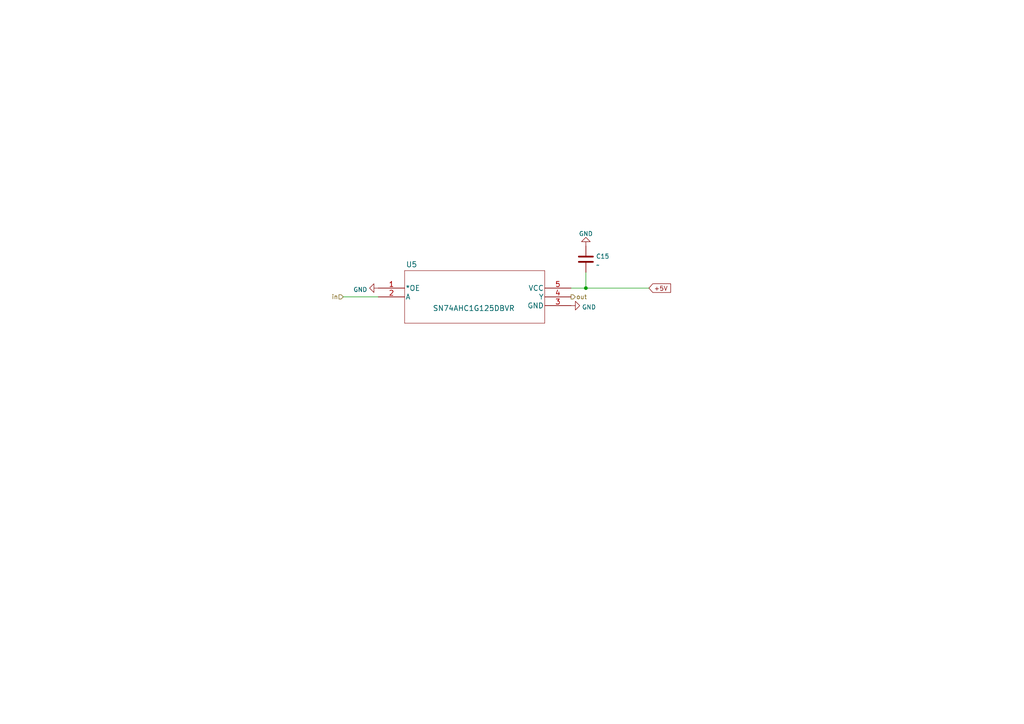
<source format=kicad_sch>
(kicad_sch (version 20211123) (generator eeschema)
  (paper "A4")
  (title_block (title "Level Shifter") (company "Buildbotics LLC") (comment 1 "Copyright (c) 2016-2022, Buildbotics LLC") (comment 2 "Licensed under CERN-OHL-S v2 "))
  (lib_symbols
    (symbol "1LibBBCTRL:SN74AHC1G125DBVR" (pin_names (offset 0.254))
      (property "Reference" "U" (at 27.94 10.16 0))
      (property "Value" "SN74AHC1G125DBVR" (at 27.94 7.62 0))
      (symbol "SN74AHC1G125DBVR_1_1"
        (polyline (pts (xy 7.62 -10.16) (xy 48.26 -10.16)) (stroke (width 0.127)))
        (polyline (pts (xy 7.62 5.08) (xy 7.62 -10.16)) (stroke (width 0.127)))
        (polyline (pts (xy 48.26 -10.16) (xy 48.26 5.08)) (stroke (width 0.127)))
        (polyline (pts (xy 48.26 5.08) (xy 7.62 5.08)) (stroke (width 0.127)))
        (pin passive line (at 0 0 0) (length 7.62) (name "*OE") (number "1"))
        (pin passive line (at 0 -2.54 0) (length 7.62) (name "A") (number "2"))
        (pin passive line (at 55.88 -5.08 180) (length 7.62) (name "GND") (number "3"))
        (pin output line (at 55.88 -2.54 180) (length 7.62) (name "Y") (number "4"))
        (pin passive line (at 55.88 0 180) (length 7.62) (name "VCC") (number "5"))
      )
    )
    (symbol "Device:C" (pin_numbers hide) (pin_names (offset 0.254))
      (property "Reference" "C" (at 0.635 2.54 0))
      (property "Value" "C" (at 0.635 -2.54 0))
      (symbol "C_0_1"
        (polyline (pts (xy -2.032 -0.762) (xy 2.032 -0.762)) (stroke (width 0.508)))
        (polyline (pts (xy -2.032 0.762) (xy 2.032 0.762)) (stroke (width 0.508)))
      )
      (symbol "C_1_1"
        (pin passive line (at 0 3.81 270) (length 2.794) (name "~") (number "1"))
        (pin passive line (at 0 -3.81 90) (length 2.794) (name "~") (number "2"))
      )
    )
    (symbol "power:GND" (power) (pin_names (offset 0))
      (property "Value" "GND" (at 0 -3.81 0))
      (symbol "GND_0_1"
        (polyline (pts (xy 0 0) (xy 0 -1.27) (xy 1.27 -1.27) (xy 0 -2.54) (xy -1.27 -1.27) (xy 0 -1.27)))
      )
      (symbol "GND_1_1"
        (pin power_in line (at 0 0 270) (length 0) hide (name "GND") (number "1"))
      )
    )
  )
  (junction (at 169.926 83.566))
  (wire (pts (xy 188.214 83.566) (xy 169.926 83.566)))
  (wire (pts (xy 99.568 86.106) (xy 109.728 86.106)))
  (wire (pts (xy 169.926 78.994) (xy 169.926 83.566)))
  (wire (pts (xy 169.926 83.566) (xy 165.608 83.566)))
  (global_label "+5V" (shape input) (at 188.214 83.566 0) (property "Intersheet References" "${INTERSHEET_REFS}" (effects hide)))
  (hierarchical_label "in" (shape input) (at 99.568 86.106 180))
  (hierarchical_label "out" (shape output) (at 165.608 86.106 0))
  (symbol (lib_id "power:GND") (at 109.728 83.566 270) (unit 1)
    (property "Reference" "#PWR0122" (effects hide))
    (property "Value" "GND" (at 106.5531 83.9998 90) (effects (justify right)))
  )
  (symbol (lib_id "1LibBBCTRL:SN74AHC1G125DBVR") (at 109.728 83.566 0) (unit 1)
    (property "Reference" "U5" (at 119.38 76.708 0) (effects (font (size 1.524 1.524))))
    (property "Value" "SN74AHC1G125DBVR" (at 137.414 89.408 0) (effects (font (size 1.524 1.524))))
    (property "Footprint" "Project_Footprints_Library:SN74AHC1G125DBVR" (effects hide))
    (property "Model" "SN74AHC1G125DBVR" (effects hide))
  )
  (symbol (lib_id "power:GND") (at 165.608 88.646 90) (unit 1)
    (property "Reference" "#PWR0231" (effects hide))
    (property "Value" "~" (at 168.783 89.0798 90) (effects (justify right)))
  )
  (symbol (lib_id "power:GND") (at 169.926 71.374 0) (mirror x) (unit 1)
    (property "Reference" "#PWR0121" (effects hide))
    (property "Value" "~" (at 169.926 67.7982 0))
  )
  (symbol (lib_id "Device:C") (at 169.926 75.184 0) (unit 1)
    (property "Reference" "C15" (at 172.847 74.3493 0) (effects (justify left)))
    (property "Value" "~" (at 172.847 76.8862 0) (effects (justify left)))
    (property "Footprint" "Capacitor_SMD:C_0805_2012Metric_Pad1.18x1.45mm_HandSolder" (effects hide))
    (property "Model" "C0805C104M5RACTU" (effects hide))
  )
)
</source>
